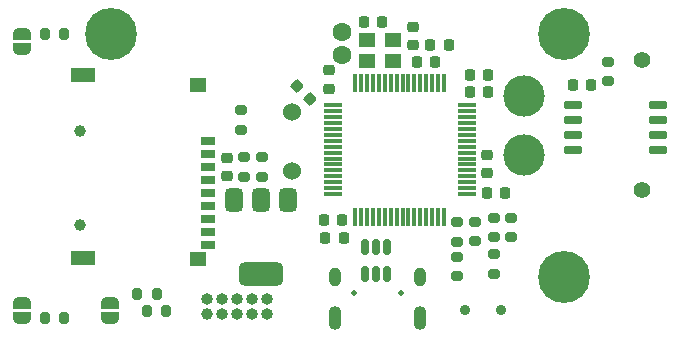
<source format=gbs>
G04 #@! TF.GenerationSoftware,KiCad,Pcbnew,8.0.1*
G04 #@! TF.CreationDate,2024-03-31T00:43:18+03:00*
G04 #@! TF.ProjectId,Master board,4d617374-6572-4206-926f-6172642e6b69,rev?*
G04 #@! TF.SameCoordinates,Original*
G04 #@! TF.FileFunction,Soldermask,Bot*
G04 #@! TF.FilePolarity,Negative*
%FSLAX46Y46*%
G04 Gerber Fmt 4.6, Leading zero omitted, Abs format (unit mm)*
G04 Created by KiCad (PCBNEW 8.0.1) date 2024-03-31 00:43:18*
%MOMM*%
%LPD*%
G01*
G04 APERTURE LIST*
G04 Aperture macros list*
%AMRoundRect*
0 Rectangle with rounded corners*
0 $1 Rounding radius*
0 $2 $3 $4 $5 $6 $7 $8 $9 X,Y pos of 4 corners*
0 Add a 4 corners polygon primitive as box body*
4,1,4,$2,$3,$4,$5,$6,$7,$8,$9,$2,$3,0*
0 Add four circle primitives for the rounded corners*
1,1,$1+$1,$2,$3*
1,1,$1+$1,$4,$5*
1,1,$1+$1,$6,$7*
1,1,$1+$1,$8,$9*
0 Add four rect primitives between the rounded corners*
20,1,$1+$1,$2,$3,$4,$5,0*
20,1,$1+$1,$4,$5,$6,$7,0*
20,1,$1+$1,$6,$7,$8,$9,0*
20,1,$1+$1,$8,$9,$2,$3,0*%
%AMFreePoly0*
4,1,19,0.500000,-0.750000,0.000000,-0.750000,0.000000,-0.744911,-0.071157,-0.744911,-0.207708,-0.704816,-0.327430,-0.627875,-0.420627,-0.520320,-0.479746,-0.390866,-0.500000,-0.250000,-0.500000,0.250000,-0.479746,0.390866,-0.420627,0.520320,-0.327430,0.627875,-0.207708,0.704816,-0.071157,0.744911,0.000000,0.744911,0.000000,0.750000,0.500000,0.750000,0.500000,-0.750000,0.500000,-0.750000,
$1*%
%AMFreePoly1*
4,1,19,0.000000,0.744911,0.071157,0.744911,0.207708,0.704816,0.327430,0.627875,0.420627,0.520320,0.479746,0.390866,0.500000,0.250000,0.500000,-0.250000,0.479746,-0.390866,0.420627,-0.520320,0.327430,-0.627875,0.207708,-0.704816,0.071157,-0.744911,0.000000,-0.744911,0.000000,-0.750000,-0.500000,-0.750000,-0.500000,0.750000,0.000000,0.750000,0.000000,0.744911,0.000000,0.744911,
$1*%
G04 Aperture macros list end*
%ADD10C,1.600000*%
%ADD11C,0.500000*%
%ADD12O,1.090000X2.000000*%
%ADD13O,1.050000X1.600000*%
%ADD14C,0.900000*%
%ADD15C,1.000000*%
%ADD16O,1.000000X1.000000*%
%ADD17C,1.524000*%
%ADD18C,0.700000*%
%ADD19C,4.400000*%
%ADD20C,1.400000*%
%ADD21C,3.500000*%
%ADD22RoundRect,0.225000X-0.250000X0.225000X-0.250000X-0.225000X0.250000X-0.225000X0.250000X0.225000X0*%
%ADD23RoundRect,0.200000X-0.275000X0.200000X-0.275000X-0.200000X0.275000X-0.200000X0.275000X0.200000X0*%
%ADD24RoundRect,0.225000X-0.225000X-0.250000X0.225000X-0.250000X0.225000X0.250000X-0.225000X0.250000X0*%
%ADD25RoundRect,0.200000X0.200000X0.275000X-0.200000X0.275000X-0.200000X-0.275000X0.200000X-0.275000X0*%
%ADD26R,1.300000X0.700000*%
%ADD27R,2.000000X1.200000*%
%ADD28R,1.400000X1.200000*%
%ADD29R,1.400000X1.150000*%
%ADD30RoundRect,0.375000X-0.375000X0.625000X-0.375000X-0.625000X0.375000X-0.625000X0.375000X0.625000X0*%
%ADD31RoundRect,0.500000X-1.400000X0.500000X-1.400000X-0.500000X1.400000X-0.500000X1.400000X0.500000X0*%
%ADD32RoundRect,0.225000X0.225000X0.250000X-0.225000X0.250000X-0.225000X-0.250000X0.225000X-0.250000X0*%
%ADD33RoundRect,0.075000X-0.075000X0.700000X-0.075000X-0.700000X0.075000X-0.700000X0.075000X0.700000X0*%
%ADD34RoundRect,0.075000X-0.700000X0.075000X-0.700000X-0.075000X0.700000X-0.075000X0.700000X0.075000X0*%
%ADD35FreePoly0,270.000000*%
%ADD36FreePoly1,270.000000*%
%ADD37RoundRect,0.200000X0.275000X-0.200000X0.275000X0.200000X-0.275000X0.200000X-0.275000X-0.200000X0*%
%ADD38RoundRect,0.200000X-0.200000X-0.275000X0.200000X-0.275000X0.200000X0.275000X-0.200000X0.275000X0*%
%ADD39RoundRect,0.150000X0.650000X0.150000X-0.650000X0.150000X-0.650000X-0.150000X0.650000X-0.150000X0*%
%ADD40RoundRect,0.225000X0.335876X0.017678X0.017678X0.335876X-0.335876X-0.017678X-0.017678X-0.335876X0*%
%ADD41RoundRect,0.150000X-0.150000X0.512500X-0.150000X-0.512500X0.150000X-0.512500X0.150000X0.512500X0*%
G04 APERTURE END LIST*
D10*
X136436250Y-70427613D03*
X136436250Y-68427613D03*
D11*
X141412000Y-90534000D03*
X137412000Y-90534000D03*
D12*
X143012000Y-92684000D03*
D13*
X143012000Y-89234000D03*
D12*
X135812000Y-92684000D03*
D13*
X135812000Y-89234000D03*
D14*
X146842000Y-92007000D03*
X149842000Y-92007000D03*
D15*
X124991000Y-92310000D03*
D16*
X124991000Y-91040000D03*
X126261000Y-92310000D03*
X126261000Y-91040000D03*
X127531000Y-92310000D03*
X127531000Y-91040000D03*
X128801000Y-92310000D03*
X128801000Y-91040000D03*
X130071000Y-92310000D03*
X130071000Y-91040000D03*
D17*
X132147000Y-80269000D03*
X132147000Y-75269000D03*
D18*
X115249000Y-68597000D03*
X115732274Y-67430274D03*
X115732274Y-69763726D03*
X116899000Y-66947000D03*
D19*
X116899000Y-68597000D03*
D18*
X116899000Y-70247000D03*
X118065726Y-67430274D03*
X118065726Y-69763726D03*
X118549000Y-68597000D03*
D20*
X161799000Y-70865000D03*
X161799000Y-81865000D03*
D21*
X151799000Y-78865000D03*
X151799000Y-73865000D03*
D18*
X153549000Y-89197000D03*
X154032274Y-88030274D03*
X154032274Y-90363726D03*
X155199000Y-87547000D03*
D19*
X155199000Y-89197000D03*
D18*
X155199000Y-90847000D03*
X156365726Y-88030274D03*
X156365726Y-90363726D03*
X156849000Y-89197000D03*
X153549000Y-68597000D03*
X154032274Y-67430274D03*
X154032274Y-69763726D03*
X155199000Y-66947000D03*
D19*
X155199000Y-68597000D03*
D18*
X155199000Y-70247000D03*
X156365726Y-67430274D03*
X156365726Y-69763726D03*
X156849000Y-68597000D03*
D22*
X126686000Y-79134000D03*
X126686000Y-80684000D03*
X148736000Y-78852000D03*
X148736000Y-80402000D03*
D23*
X146180000Y-87508000D03*
X146180000Y-89158000D03*
D24*
X134891000Y-84407000D03*
X136441000Y-84407000D03*
D25*
X112902000Y-68611000D03*
X111252000Y-68611000D03*
D15*
X114229500Y-76809000D03*
X114229500Y-84809000D03*
D26*
X125069500Y-77719000D03*
X125069500Y-78819000D03*
X125069500Y-79919000D03*
X125069500Y-81019000D03*
X125069500Y-82119000D03*
X125069500Y-83219000D03*
X125069500Y-84319000D03*
X125069500Y-85419000D03*
X125069500Y-86519000D03*
D27*
X114519500Y-72099000D03*
X114519500Y-87619000D03*
D28*
X124219500Y-72939000D03*
D29*
X124219500Y-87644000D03*
D30*
X127278000Y-82640500D03*
X129578000Y-82640500D03*
D31*
X129578000Y-88940500D03*
D30*
X131878000Y-82640500D03*
D24*
X147255000Y-72083000D03*
X148805000Y-72083000D03*
D32*
X150257000Y-82119000D03*
X148707000Y-82119000D03*
D33*
X137548000Y-72750000D03*
X138048000Y-72750000D03*
X138548000Y-72750000D03*
X139048000Y-72750000D03*
X139548000Y-72750000D03*
X140048000Y-72750000D03*
X140548000Y-72750000D03*
X141048000Y-72750000D03*
X141548000Y-72750000D03*
X142048000Y-72750000D03*
X142548000Y-72750000D03*
X143048000Y-72750000D03*
X143548000Y-72750000D03*
X144048000Y-72750000D03*
X144548000Y-72750000D03*
X145048000Y-72750000D03*
D34*
X146973000Y-74675000D03*
X146973000Y-75175000D03*
X146973000Y-75675000D03*
X146973000Y-76175000D03*
X146973000Y-76675000D03*
X146973000Y-77175000D03*
X146973000Y-77675000D03*
X146973000Y-78175000D03*
X146973000Y-78675000D03*
X146973000Y-79175000D03*
X146973000Y-79675000D03*
X146973000Y-80175000D03*
X146973000Y-80675000D03*
X146973000Y-81175000D03*
X146973000Y-81675000D03*
X146973000Y-82175000D03*
D33*
X145048000Y-84100000D03*
X144548000Y-84100000D03*
X144048000Y-84100000D03*
X143548000Y-84100000D03*
X143048000Y-84100000D03*
X142548000Y-84100000D03*
X142048000Y-84100000D03*
X141548000Y-84100000D03*
X141048000Y-84100000D03*
X140548000Y-84100000D03*
X140048000Y-84100000D03*
X139548000Y-84100000D03*
X139048000Y-84100000D03*
X138548000Y-84100000D03*
X138048000Y-84100000D03*
X137548000Y-84100000D03*
D34*
X135623000Y-82175000D03*
X135623000Y-81675000D03*
X135623000Y-81175000D03*
X135623000Y-80675000D03*
X135623000Y-80175000D03*
X135623000Y-79675000D03*
X135623000Y-79175000D03*
X135623000Y-78675000D03*
X135623000Y-78175000D03*
X135623000Y-77675000D03*
X135623000Y-77175000D03*
X135623000Y-76675000D03*
X135623000Y-76175000D03*
X135623000Y-75675000D03*
X135623000Y-75175000D03*
X135623000Y-74675000D03*
D23*
X127893000Y-75067000D03*
X127893000Y-76717000D03*
D25*
X112902000Y-92663000D03*
X111252000Y-92663000D03*
D23*
X147643000Y-84544000D03*
X147643000Y-86194000D03*
D35*
X109344000Y-68611000D03*
D36*
X109344000Y-69911000D03*
D24*
X142770000Y-70994000D03*
X144320000Y-70994000D03*
D23*
X146180000Y-84547000D03*
X146180000Y-86197000D03*
D24*
X143904000Y-69531000D03*
X145454000Y-69531000D03*
D32*
X157495000Y-72949000D03*
X155945000Y-72949000D03*
D23*
X149294501Y-87274000D03*
X149294501Y-88924000D03*
D37*
X129614000Y-80734000D03*
X129614000Y-79084000D03*
D23*
X149294501Y-84174000D03*
X149294501Y-85824000D03*
D38*
X119905000Y-92076000D03*
X121555000Y-92076000D03*
D24*
X134999000Y-85870000D03*
X136549000Y-85870000D03*
D22*
X142466000Y-68009000D03*
X142466000Y-69559000D03*
D35*
X109346000Y-91362997D03*
D36*
X109346000Y-92662997D03*
D22*
X135313000Y-71718000D03*
X135313000Y-73268000D03*
D28*
X138535000Y-69173000D03*
X140735000Y-69173000D03*
X140735000Y-70873000D03*
X138535000Y-70873000D03*
D35*
X116753500Y-91363000D03*
D36*
X116753500Y-92663000D03*
D39*
X163145000Y-74636000D03*
X163145000Y-75906000D03*
X163145000Y-77176000D03*
X163145000Y-78446000D03*
X155945000Y-78446000D03*
X155945000Y-77176000D03*
X155945000Y-75906000D03*
X155945000Y-74636000D03*
D24*
X147255000Y-73544000D03*
X148805000Y-73544000D03*
X138281000Y-67591000D03*
X139831000Y-67591000D03*
D37*
X128147000Y-80734000D03*
X128147000Y-79084000D03*
D23*
X158934000Y-70965000D03*
X158934000Y-72615000D03*
D40*
X133722008Y-74149008D03*
X132625992Y-73052992D03*
D38*
X119080000Y-90613000D03*
X120730000Y-90613000D03*
D23*
X150756000Y-84174000D03*
X150756000Y-85824000D03*
D41*
X138348000Y-86683500D03*
X139298000Y-86683500D03*
X140248000Y-86683500D03*
X140248000Y-88958500D03*
X139298000Y-88958500D03*
X138348000Y-88958500D03*
M02*

</source>
